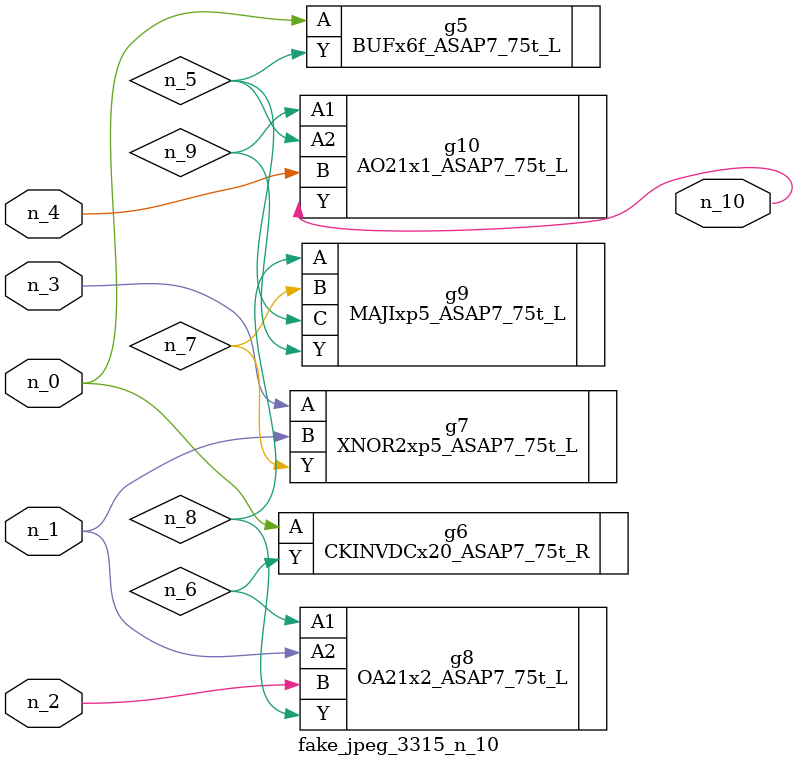
<source format=v>
module fake_jpeg_3315_n_10 (n_3, n_2, n_1, n_0, n_4, n_10);

input n_3;
input n_2;
input n_1;
input n_0;
input n_4;

output n_10;

wire n_8;
wire n_9;
wire n_6;
wire n_5;
wire n_7;

BUFx6f_ASAP7_75t_L g5 ( 
.A(n_0),
.Y(n_5)
);

CKINVDCx20_ASAP7_75t_R g6 ( 
.A(n_0),
.Y(n_6)
);

XNOR2xp5_ASAP7_75t_L g7 ( 
.A(n_3),
.B(n_1),
.Y(n_7)
);

OA21x2_ASAP7_75t_L g8 ( 
.A1(n_6),
.A2(n_1),
.B(n_2),
.Y(n_8)
);

MAJIxp5_ASAP7_75t_L g9 ( 
.A(n_8),
.B(n_7),
.C(n_5),
.Y(n_9)
);

AO21x1_ASAP7_75t_L g10 ( 
.A1(n_9),
.A2(n_5),
.B(n_4),
.Y(n_10)
);


endmodule
</source>
